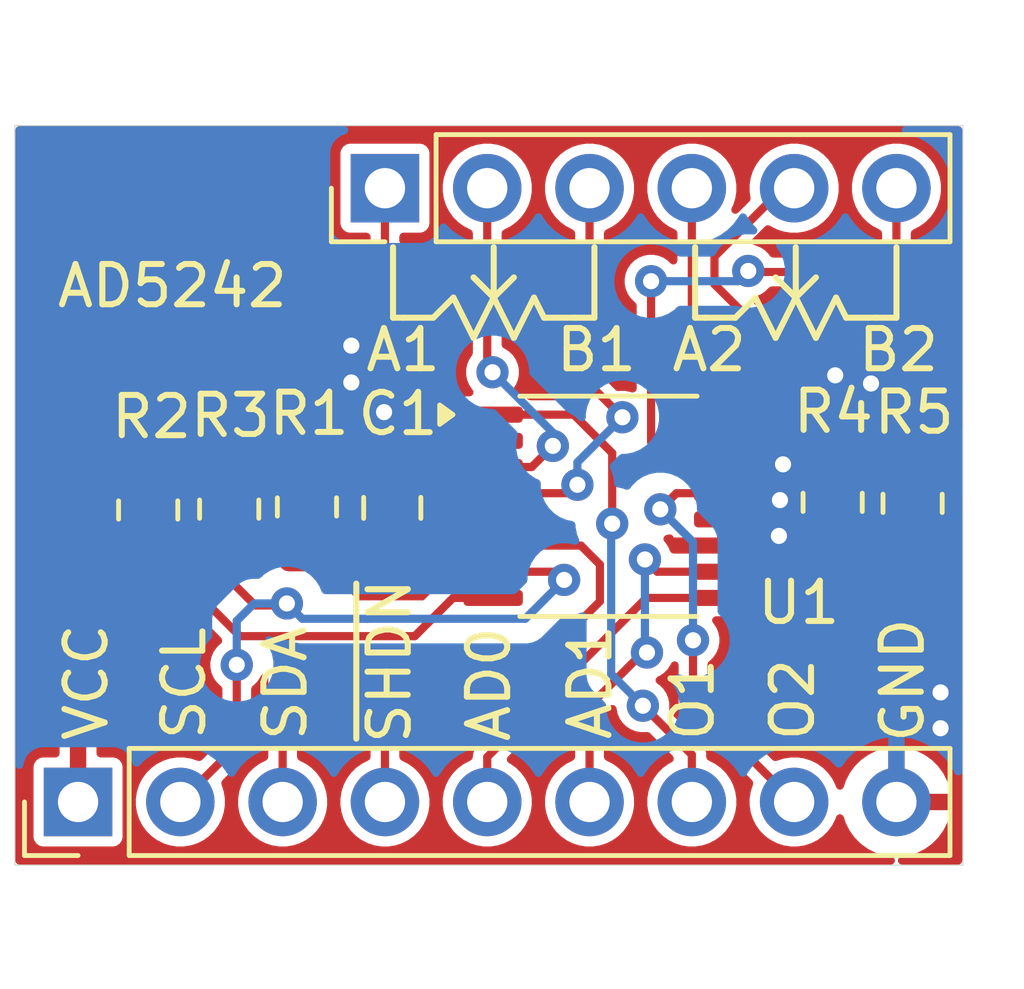
<source format=kicad_pcb>
(kicad_pcb (version 20241229) (generator "pcbnew") (generator_version "9.0")
  (layers (0 "F.Cu" signal) (2 "B.Cu" signal) (13 "F.Paste" user) (15 "B.Paste" user) (5 "F.SilkS" user "F.Silkscreen") (7 "B.SilkS" user "B.Silkscreen") (1 "F.Mask" user) (3 "B.Mask" user) (25 "Edge.Cuts" user))
  (net 0 "")
  (net 1 "GNDREF")
  (net 2 "VCC")
  (net 3 "/O2")
  (net 4 "/SCL")
  (net 5 "/O1")
  (net 6 "/AD1")
  (net 7 "/AD0")
  (net 8 "/~{SHDN}")
  (net 9 "/SDA")
  (net 10 "/B1")
  (net 11 "/W2")
  (net 12 "/W1")
  (net 13 "/A2")
  (net 14 "/B2")
  (net 15 "/A1")
  (footprint "Capacitor_SMD:C_0805_2012Metric_Pad1.15x1.40mm_HandSolder" (layer "F.Cu") (at 116.9416 87.4922 90)
    (property "Reference" "C1" (at 2.335201 0.1428 180) (layer "F.SilkS"))
    (property "Value" "100nF")
    (fp_line (start -0.261252 -0.71) (end 0.261252 -0.71) (stroke (width 0.12)) (layer "F.SilkS"))
    (fp_line (start -0.261252 0.71) (end 0.261252 0.71) (stroke (width 0.12)) (layer "F.SilkS"))
    (pad "1" smd roundrect (at -1.024999 0 90) (size 1.15 1.4) (layers "F.Cu" "F.Mask" "F.Paste") (roundrect_rratio 0.217391) (net 2 "VCC"))
    (pad "2" smd roundrect (at 1.024999 0 90) (size 1.15 1.4) (layers "F.Cu" "F.Mask" "F.Paste") (roundrect_rratio 0.217391) (net 1 "GNDREF"))
  )
  (footprint "Resistor_SMD:R_0805_2012Metric_Pad1.20x1.40mm_HandSolder" (layer "F.Cu") (at 110.8816 87.5454 -90)
    (property "Reference" "R2" (at -2.3126 -0.0826 180) (layer "F.SilkS"))
    (property "Value" "10K")
    (fp_line (start -0.227064 0.735) (end 0.227064 0.735) (stroke (width 0.12)) (layer "F.SilkS"))
    (fp_line (start -0.227064 -0.735) (end 0.227064 -0.735) (stroke (width 0.12)) (layer "F.SilkS"))
    (pad "1" smd roundrect (at -1 0 270) (size 1.2 1.4) (layers "F.Cu" "F.Mask" "F.Paste") (roundrect_rratio 0.208333) (net 2 "VCC"))
    (pad "2" smd roundrect (at 1 0 270) (size 1.2 1.4) (layers "F.Cu" "F.Mask" "F.Paste") (roundrect_rratio 0.208333) (net 9 "/SDA"))
  )
  (footprint "Resistor_SMD:R_0805_2012Metric_Pad1.20x1.40mm_HandSolder" (layer "F.Cu") (at 114.8236 87.469199 -90)
    (property "Reference" "R1" (at -2.317599 -0.052199 180) (layer "F.SilkS"))
    (property "Value" "10K")
    (fp_line (start -0.227064 0.735) (end 0.227064 0.735) (stroke (width 0.12)) (layer "F.SilkS"))
    (fp_line (start -0.227064 -0.735) (end 0.227064 -0.735) (stroke (width 0.12)) (layer "F.SilkS"))
    (pad "1" smd roundrect (at -1 0 270) (size 1.2 1.4) (layers "F.Cu" "F.Mask" "F.Paste") (roundrect_rratio 0.208333) (net 2 "VCC"))
    (pad "2" smd roundrect (at 1 0 270) (size 1.2 1.4) (layers "F.Cu" "F.Mask" "F.Paste") (roundrect_rratio 0.208333) (net 8 "/~{SHDN}"))
  )
  (footprint "Connector_PinHeader_2.54mm:PinHeader_1x06_P2.54mm_Vertical" (layer "F.Cu") (at 116.76 79.5548 90)
    (property "Reference" "J1" (hide yes))
    (property "Value" "Conn_01x06")
    (fp_line (start -1.33 -1.33) (end 0 -1.33) (stroke (width 0.12)) (layer "F.SilkS"))
    (fp_line (start -1.33 0) (end -1.33 -1.33) (stroke (width 0.12)) (layer "F.SilkS"))
    (fp_line (start 1.33 1.270001) (end 1.33 14.03) (stroke (width 0.12)) (layer "F.SilkS"))
    (fp_line (start -1.33 1.270001) (end 1.33 1.270001) (stroke (width 0.12)) (layer "F.SilkS"))
    (fp_line (start -1.33 1.270001) (end -1.33 14.03) (stroke (width 0.12)) (layer "F.SilkS"))
    (fp_line (start -1.33 14.03) (end 1.33 14.03) (stroke (width 0.12)) (layer "F.SilkS"))
    (pad "1" thru_hole rect (at 0 0 90) (size 1.7 1.7) (drill 1) (layers "*.Cu" "*.Mask") (net 15 "/A1"))
    (pad "2" thru_hole oval (at 0 2.54 90) (size 1.7 1.7) (drill 1) (layers "*.Cu" "*.Mask") (net 12 "/W1"))
    (pad "3" thru_hole oval (at 0 5.079999 90) (size 1.7 1.7) (drill 1) (layers "*.Cu" "*.Mask") (net 10 "/B1"))
    (pad "4" thru_hole oval (at 0 7.62 90) (size 1.7 1.7) (drill 1) (layers "*.Cu" "*.Mask") (net 13 "/A2"))
    (pad "5" thru_hole oval (at 0 10.16 90) (size 1.7 1.7) (drill 1) (layers "*.Cu" "*.Mask") (net 11 "/W2"))
    (pad "6" thru_hole oval (at 0 12.7 90) (size 1.7 1.7) (drill 1) (layers "*.Cu" "*.Mask") (net 14 "/B2"))
  )
  (footprint "Package_SO:TSSOP-16_4.4x5mm_P0.65mm" (layer "F.Cu") (at 122.3094 87.4532)
    (property "Reference" "U1" (at 4.7244 2.392 0) (layer "F.SilkS"))
    (property "Value" "AD5242")
    (fp_line (start 0 -2.735) (end -2.2 -2.735) (stroke (width 0.12)) (layer "F.SilkS"))
    (fp_line (start 0 -2.735) (end 2.2 -2.735) (stroke (width 0.12)) (layer "F.SilkS"))
    (fp_line (start 0 2.735) (end -2.2 2.735) (stroke (width 0.12)) (layer "F.SilkS"))
    (fp_line (start 0 2.735) (end 2.2 2.735) (stroke (width 0.12)) (layer "F.SilkS"))
    (fp_poly (pts (xy -3.86 -2.275) (xy -4.19 -2.515) (xy -4.19 -2.035) (xy -3.86 -2.275)) (stroke (width 0.12)) (fill yes) (layer "F.SilkS"))
    (pad "1" smd roundrect (at -2.8625 -2.275) (size 1.475 0.4) (layers "F.Cu" "F.Mask" "F.Paste") (net 5 "/O1"))
    (pad "2" smd roundrect (at -2.8625 -1.625) (size 1.475 0.4) (layers "F.Cu" "F.Mask" "F.Paste") (net 15 "/A1"))
    (pad "3" smd roundrect (at -2.8625 -0.975) (size 1.475 0.4) (layers "F.Cu" "F.Mask" "F.Paste") (net 12 "/W1"))
    (pad "4" smd roundrect (at -2.8625 -0.325) (size 1.475 0.4) (layers "F.Cu" "F.Mask" "F.Paste") (net 10 "/B1"))
    (pad "5" smd roundrect (at -2.8625 0.325) (size 1.475 0.4) (layers "F.Cu" "F.Mask" "F.Paste") (net 2 "VCC"))
    (pad "6" smd roundrect (at -2.8625 0.975) (size 1.475 0.4) (layers "F.Cu" "F.Mask" "F.Paste") (net 8 "/~{SHDN}"))
    (pad "7" smd roundrect (at -2.8625 1.625) (size 1.475 0.4) (layers "F.Cu" "F.Mask" "F.Paste") (net 4 "/SCL"))
    (pad "8" smd roundrect (at -2.8625 2.275) (size 1.475 0.4) (layers "F.Cu" "F.Mask" "F.Paste") (net 9 "/SDA"))
    (pad "9" smd roundrect (at 2.8625 2.275) (size 1.475 0.4) (layers "F.Cu" "F.Mask" "F.Paste") (net 7 "/AD0"))
    (pad "10" smd roundrect (at 2.8625 1.625) (size 1.475 0.4) (layers "F.Cu" "F.Mask" "F.Paste") (net 6 "/AD1"))
    (pad "11" smd roundrect (at 2.8625 0.975) (size 1.475 0.4) (layers "F.Cu" "F.Mask" "F.Paste") (net 1 "GNDREF"))
    (pad "12" smd roundrect (at 2.8625 0.325) (size 1.475 0.4) (layers "F.Cu" "F.Mask" "F.Paste") (net 1 "GNDREF"))
    (pad "13" smd roundrect (at 2.8625 -0.325) (size 1.475 0.4) (layers "F.Cu" "F.Mask" "F.Paste") (net 3 "/O2"))
    (pad "14" smd roundrect (at 2.8625 -0.975) (size 1.475 0.4) (layers "F.Cu" "F.Mask" "F.Paste") (net 14 "/B2"))
    (pad "15" smd roundrect (at 2.8625 -1.625) (size 1.475 0.4) (layers "F.Cu" "F.Mask" "F.Paste") (net 11 "/W2"))
    (pad "16" smd roundrect (at 2.8625 -2.275) (size 1.475 0.4) (layers "F.Cu" "F.Mask" "F.Paste") (net 13 "/A2"))
  )
  (footprint "Resistor_SMD:R_0805_2012Metric_Pad1.20x1.40mm_HandSolder" (layer "F.Cu") (at 112.8932 87.5238 -90)
    (property "Reference" "R3" (at -2.3214 -0.0306 180) (layer "F.SilkS"))
    (property "Value" "10K")
    (fp_line (start -0.227064 0.735) (end 0.227064 0.735) (stroke (width 0.12)) (layer "F.SilkS"))
    (fp_line (start -0.227064 -0.735) (end 0.227064 -0.735) (stroke (width 0.12)) (layer "F.SilkS"))
    (pad "1" smd roundrect (at -1 0 270) (size 1.2 1.4) (layers "F.Cu" "F.Mask" "F.Paste") (roundrect_rratio 0.208333) (net 2 "VCC"))
    (pad "2" smd roundrect (at 1 0 270) (size 1.2 1.4) (layers "F.Cu" "F.Mask" "F.Paste") (roundrect_rratio 0.208333) (net 4 "/SCL"))
  )
  (footprint "Resistor_SMD:R_0805_2012Metric_Pad1.20x1.40mm_HandSolder" (layer "F.Cu") (at 127.877 87.3552 90)
    (property "Reference" "R4" (at 2.2542 0.0166 180) (layer "F.SilkS"))
    (property "Value" "10K")
    (fp_line (start -0.227064 -0.735) (end 0.227064 -0.735) (stroke (width 0.12)) (layer "F.SilkS"))
    (fp_line (start -0.227064 0.735) (end 0.227064 0.735) (stroke (width 0.12)) (layer "F.SilkS"))
    (pad "1" smd roundrect (at -1 0 90) (size 1.2 1.4) (layers "F.Cu" "F.Mask" "F.Paste") (roundrect_rratio 0.208333) (net 6 "/AD1"))
    (pad "2" smd roundrect (at 1 0 90) (size 1.2 1.4) (layers "F.Cu" "F.Mask" "F.Paste") (roundrect_rratio 0.208333) (net 1 "GNDREF"))
  )
  (footprint "Connector_PinHeader_2.54mm:PinHeader_1x09_P2.54mm_Vertical" (layer "F.Cu") (at 109.14 94.7948 90)
    (property "Reference" "J2" (hide yes))
    (property "Value" "Conn_01x09")
    (fp_line (start -1.33 -1.33) (end 0 -1.33) (stroke (width 0.12)) (layer "F.SilkS"))
    (fp_line (start -1.33 0) (end -1.33 -1.33) (stroke (width 0.12)) (layer "F.SilkS"))
    (fp_line (start 1.33 1.270001) (end 1.33 21.65) (stroke (width 0.12)) (layer "F.SilkS"))
    (fp_line (start -1.33 1.270001) (end 1.33 1.270001) (stroke (width 0.12)) (layer "F.SilkS"))
    (fp_line (start -1.33 1.270001) (end -1.33 21.65) (stroke (width 0.12)) (layer "F.SilkS"))
    (fp_line (start -1.33 21.65) (end 1.33 21.65) (stroke (width 0.12)) (layer "F.SilkS"))
    (pad "1" thru_hole rect (at 0 0 90) (size 1.7 1.7) (drill 1) (layers "*.Cu" "*.Mask") (net 2 "VCC"))
    (pad "2" thru_hole oval (at 0 2.54 90) (size 1.7 1.7) (drill 1) (layers "*.Cu" "*.Mask") (net 4 "/SCL"))
    (pad "3" thru_hole oval (at 0 5.079999 90) (size 1.7 1.7) (drill 1) (layers "*.Cu" "*.Mask") (net 9 "/SDA"))
    (pad "4" thru_hole oval (at 0 7.62 90) (size 1.7 1.7) (drill 1) (layers "*.Cu" "*.Mask") (net 8 "/~{SHDN}"))
    (pad "5" thru_hole oval (at 0 10.16 90) (size 1.7 1.7) (drill 1) (layers "*.Cu" "*.Mask") (net 7 "/AD0"))
    (pad "6" thru_hole oval (at 0 12.7 90) (size 1.7 1.7) (drill 1) (layers "*.Cu" "*.Mask") (net 6 "/AD1"))
    (pad "7" thru_hole oval (at 0 15.24 90) (size 1.7 1.7) (drill 1) (layers "*.Cu" "*.Mask") (net 5 "/O1"))
    (pad "8" thru_hole oval (at 0 17.780001 90) (size 1.7 1.7) (drill 1) (layers "*.Cu" "*.Mask") (net 3 "/O2"))
    (pad "9" thru_hole oval (at 0 20.32 90) (size 1.7 1.7) (drill 1) (layers "*.Cu" "*.Mask") (net 1 "GNDREF"))
  )
  (footprint "Resistor_SMD:R_0805_2012Metric_Pad1.20x1.40mm_HandSolder" (layer "F.Cu") (at 129.8618 87.3806 90)
    (property "Reference" "R5" (at 2.2578 0.0384 180) (layer "F.SilkS"))
    (property "Value" "10K")
    (fp_line (start -0.227064 -0.735) (end 0.227064 -0.735) (stroke (width 0.12)) (layer "F.SilkS"))
    (fp_line (start -0.227064 0.735) (end 0.227064 0.735) (stroke (width 0.12)) (layer "F.SilkS"))
    (pad "1" smd roundrect (at -1 0 90) (size 1.2 1.4) (layers "F.Cu" "F.Mask" "F.Paste") (roundrect_rratio 0.208333) (net 7 "/AD0"))
    (pad "2" smd roundrect (at 1 0 90) (size 1.2 1.4) (layers "F.Cu" "F.Mask" "F.Paste") (roundrect_rratio 0.208333) (net 1 "GNDREF"))
  )
  (gr_line (start 117.211 82.771) (end 116.961 82.771) (stroke (width 0.15)) (layer "F.SilkS"))
  (gr_line (start 118.961 81.771) (end 119.461 82.271) (stroke (width 0.15)) (layer "F.SilkS"))
  (gr_line (start 129.461 82.771) (end 129.461 81.021) (stroke (width 0.15)) (layer "F.SilkS"))
  (gr_line (start 125.461 82.771) (end 125.961 82.271) (stroke (width 0.15)) (layer "F.SilkS"))
  (gr_line (start 128.211 82.771) (end 128.961 82.771) (stroke (width 0.15)) (layer "F.SilkS"))
  (gr_line (start 126.961 82.271) (end 127.461 83.271) (stroke (width 0.15)) (layer "F.SilkS"))
  (gr_line (start 127.461 83.271) (end 127.961 82.271) (stroke (width 0.15)) (layer "F.SilkS"))
  (gr_line (start 126.461 81.771) (end 126.961 82.271) (stroke (width 0.15)) (layer "F.SilkS"))
  (gr_line (start 126.961 82.271) (end 127.461 81.771) (stroke (width 0.15)) (layer "F.SilkS"))
  (gr_line (start 126.961 82.271) (end 126.961 81.021) (stroke (width 0.15)) (layer "F.SilkS"))
  (gr_line (start 126.961 82.271) (end 126.461 81.771) (stroke (width 0.15)) (layer "F.SilkS"))
  (gr_line (start 124.461 81.021) (end 124.461 82.771) (stroke (width 0.15)) (layer "F.SilkS"))
  (gr_line (start 128.961 82.771) (end 129.461 82.771) (stroke (width 0.15)) (layer "F.SilkS"))
  (gr_line (start 127.961 82.271) (end 128.211 82.771) (stroke (width 0.15)) (layer "F.SilkS"))
  (gr_line (start 124.711 82.771) (end 124.461 82.771) (stroke (width 0.15)) (layer "F.SilkS"))
  (gr_line (start 126.461 83.271) (end 126.961 82.271) (stroke (width 0.15)) (layer "F.SilkS"))
  (gr_line (start 125.961 82.271) (end 126.461 83.271) (stroke (width 0.15)) (layer "F.SilkS"))
  (gr_line (start 124.711 82.771) (end 125.461 82.771) (stroke (width 0.15)) (layer "F.SilkS"))
  (gr_line (start 119.461 82.271) (end 119.961 83.271) (stroke (width 0.15)) (layer "F.SilkS"))
  (gr_line (start 119.461 82.271) (end 119.461 81.021) (stroke (width 0.15)) (layer "F.SilkS"))
  (gr_line (start 118.461 82.271) (end 118.961 83.271) (stroke (width 0.15)) (layer "F.SilkS"))
  (gr_line (start 119.961 83.271) (end 120.461 82.271) (stroke (width 0.15)) (layer "F.SilkS"))
  (gr_line (start 116.961 81.021) (end 116.961 82.771) (stroke (width 0.15)) (layer "F.SilkS"))
  (gr_line (start 117.211 82.771) (end 117.961 82.771) (stroke (width 0.15)) (layer "F.SilkS"))
  (gr_line (start 120.711 82.771) (end 121.461 82.771) (stroke (width 0.15)) (layer "F.SilkS"))
  (gr_line (start 118.961 83.271) (end 119.461 82.271) (stroke (width 0.15)) (layer "F.SilkS"))
  (gr_line (start 120.461 82.271) (end 120.711 82.771) (stroke (width 0.15)) (layer "F.SilkS"))
  (gr_line (start 117.961 82.771) (end 118.461 82.271) (stroke (width 0.15)) (layer "F.SilkS"))
  (gr_line (start 121.961 82.771) (end 121.961 81.021) (stroke (width 0.15)) (layer "F.SilkS"))
  (gr_line (start 119.461 82.271) (end 118.961 81.771) (stroke (width 0.15)) (layer "F.SilkS"))
  (gr_line (start 121.461 82.771) (end 121.961 82.771) (stroke (width 0.15)) (layer "F.SilkS"))
  (gr_line (start 119.461 82.271) (end 119.961 81.771) (stroke (width 0.15)) (layer "F.SilkS"))
  (gr_line (start 107.569 78) (end 131.11 78) (stroke (width 0.0254)) (layer "Edge.Cuts"))
  (gr_line (start 107.569 96.364) (end 107.569 78) (stroke (width 0.0254)) (layer "Edge.Cuts"))
  (gr_line (start 131.11 96.364) (end 107.569 96.364) (stroke (width 0.0254)) (layer "Edge.Cuts"))
  (gr_line (start 131.11 78) (end 131.11 96.364) (stroke (width 0.0254)) (layer "Edge.Cuts"))
  (gr_text "AD5242" (at 111.4818 81.982 0) (layer "F.SilkS") (effects (font (size 1 1))))
  (gr_text "GND" (at 129.611 91.771 90) (layer "F.SilkS") (effects (font (size 1 1))))
  (gr_text "~{SHDN}" (at 116.8716 91.298 90) (layer "F.SilkS") (effects (font (size 1 1))))
  (gr_text "SCL" (at 111.771 91.8456 90) (layer "F.SilkS") (effects (font (size 1 1))))
  (gr_text "VCC" (at 109.3456 91.8202 90) (layer "F.SilkS") (effects (font (size 1 1))))
  (gr_text "A1" (at 117.211 83.571 0) (layer "F.SilkS") (effects (font (size 1 1))))
  (gr_text "B1" (at 122.011 83.571 0) (layer "F.SilkS") (effects (font (size 1 1))))
  (gr_text "A2" (at 124.811 83.571 0) (layer "F.SilkS") (effects (font (size 1 1))))
  (gr_text "B2" (at 129.511 83.571 0) (layer "F.SilkS") (effects (font (size 1 1))))
  (gr_text "AD0" (at 119.3402 91.871 90) (layer "F.SilkS") (effects (font (size 1 1))))
  (gr_text "O2" (at 126.884 92.252 90) (layer "F.SilkS") (effects (font (size 1 1))))
  (gr_text "SDA" (at 114.2856 91.8456 90) (layer "F.SilkS") (effects (font (size 1 1))))
  (gr_text "O1" (at 124.3948 92.252 90) (layer "F.SilkS") (effects (font (size 1 1))))
  (gr_text "AD1" (at 121.8548 91.8202 90) (layer "F.SilkS") (effects (font (size 1 1))))
  (via (at 126.5428 88.1888) (size 0.8) (drill 0.4) (layers "F.Cu" "B.Cu") (net 1))
  (via (at 126.6444 86.4108) (size 0.8) (drill 0.4) (layers "F.Cu" "B.Cu") (net 1))
  (via (at 116.7384 85.1154) (size 0.8) (drill 0.4) (layers "F.Cu" "B.Cu") (net 1))
  (via (at 130.556 92.075) (size 0.8) (drill 0.4) (layers "F.Cu" "B.Cu") (net 1))
  (via (at 115.9256 83.4644) (size 0.8) (drill 0.4) (layers "F.Cu" "B.Cu") (net 1))
  (via (at 130.556 92.964) (size 0.8) (drill 0.4) (layers "F.Cu" "B.Cu") (net 1))
  (via (at 126.5682 87.2998) (size 0.8) (drill 0.4) (layers "F.Cu" "B.Cu") (net 1))
  (via (at 115.9256 84.3788) (size 0.8) (drill 0.4) (layers "F.Cu" "B.Cu") (net 1))
  (via (at 127.9398 84.201) (size 0.8) (drill 0.4) (layers "F.Cu" "B.Cu") (net 1))
  (via (at 128.8288 84.4042) (size 0.8) (drill 0.4) (layers "F.Cu" "B.Cu") (net 1))
  (segment (start 116.994201 88.517199) (end 116.9416 88.517199) (width 0.4064) (layer "F.Cu") (net 2))
  (segment (start 114.8236 86.469199) (end 114.866399 86.469199) (width 0.4064) (layer "F.Cu") (net 2))
  (segment (start 119.4469 87.7782) (end 117.7332 87.7782) (width 0.4064) (layer "F.Cu") (net 2))
  (segment (start 114.768999 86.5238) (end 114.8236 86.469199) (width 0.4064) (layer "F.Cu") (net 2))
  (segment (start 109.949 86.5454) (end 110.8816 86.5454) (width 0.4064) (layer "F.Cu") (net 2))
  (segment (start 114.866399 86.469199) (end 116.713 88.3158) (width 0.4064) (layer "F.Cu") (net 2))
  (segment (start 110.8816 86.5454) (end 112.8716 86.5454) (width 0.4064) (layer "F.Cu") (net 2))
  (segment (start 109.14 94.7948) (end 109.14 87.3544) (width 0.4064) (layer "F.Cu") (net 2))
  (segment (start 112.8716 86.5454) (end 112.8932 86.5238) (width 0.4064) (layer "F.Cu") (net 2))
  (segment (start 117.7332 87.7782) (end 116.994201 88.517199) (width 0.4064) (layer "F.Cu") (net 2))
  (segment (start 116.713 88.3158) (end 116.713 88.567999) (width 0.4064) (layer "F.Cu") (net 2))
  (segment (start 112.8932 86.5238) (end 114.768999 86.5238) (width 0.4064) (layer "F.Cu") (net 2))
  (segment (start 109.14 87.3544) (end 109.949 86.5454) (width 0.4064) (layer "F.Cu") (net 2))
  (segment (start 123.9966 87.1282) (end 123.5964 87.5284) (width 0.2032) (layer "F.Cu") (net 3))
  (segment (start 124.4092 90.7796) (end 124.4092 92.283999) (width 0.2032) (layer "F.Cu") (net 3))
  (segment (start 124.4092 92.283999) (end 126.920001 94.7948) (width 0.2032) (layer "F.Cu") (net 3))
  (segment (start 125.1719 87.1282) (end 123.9966 87.1282) (width 0.2032) (layer "F.Cu") (net 3))
  (via (at 123.5964 87.5284) (size 0.8) (drill 0.4) (layers "F.Cu" "B.Cu") (net 3))
  (via (at 124.4092 90.7796) (size 0.8) (drill 0.4) (layers "F.Cu" "B.Cu") (net 3))
  (segment (start 124.4092 88.3412) (end 124.4092 90.7796) (width 0.2032) (layer "B.Cu") (net 3))
  (segment (start 123.5964 87.5284) (end 124.4092 88.3412) (width 0.2032) (layer "B.Cu") (net 3))
  (segment (start 114.2746 89.916) (end 114.3254 89.8652) (width 0.2032) (layer "F.Cu") (net 4))
  (segment (start 113.0808 93.394) (end 111.68 94.7948) (width 0.2032) (layer "F.Cu") (net 4))
  (segment (start 112.8932 89.2712) (end 113.538 89.916) (width 0.2032) (layer "F.Cu") (net 4))
  (segment (start 121.006 89.0782) (end 119.4469 89.0782) (width 0.2032) (layer "F.Cu") (net 4))
  (segment (start 113.0808 91.3892) (end 113.0808 93.394) (width 0.2032) (layer "F.Cu") (net 4))
  (segment (start 112.8932 88.5238) (end 112.8932 89.2712) (width 0.2032) (layer "F.Cu") (net 4))
  (segment (start 121.2088 89.281) (end 121.006 89.0782) (width 0.2032) (layer "F.Cu") (net 4))
  (segment (start 113.538 89.916) (end 114.2746 89.916) (width 0.2032) (layer "F.Cu") (net 4))
  (via (at 121.2088 89.281) (size 0.8) (drill 0.4) (layers "F.Cu" "B.Cu") (net 4))
  (via (at 113.0808 91.3892) (size 0.8) (drill 0.4) (layers "F.Cu" "B.Cu") (net 4))
  (via (at 114.3254 89.8652) (size 0.8) (drill 0.4) (layers "F.Cu" "B.Cu") (net 4))
  (segment (start 113.5126 89.8652) (end 113.0808 90.297) (width 0.2032) (layer "B.Cu") (net 4))
  (segment (start 114.7064 90.2462) (end 116.332 90.2462) (width 0.2032) (layer "B.Cu") (net 4))
  (segment (start 120.2436 90.2462) (end 121.2088 89.281) (width 0.2032) (layer "B.Cu") (net 4))
  (segment (start 114.3254 89.8652) (end 113.5126 89.8652) (width 0.2032) (layer "B.Cu") (net 4))
  (segment (start 114.3254 89.8652) (end 114.7064 90.2462) (width 0.2032) (layer "B.Cu") (net 4))
  (segment (start 113.0808 90.297) (end 113.0808 91.3892) (width 0.2032) (layer "B.Cu") (net 4))
  (segment (start 116.332 90.2462) (end 120.2436 90.2462) (width 0.2032) (layer "B.Cu") (net 4))
  (segment (start 124.38 93.6206) (end 124.38 94.7948) (width 0.2032) (layer "F.Cu") (net 5))
  (segment (start 121.4494 85.1782) (end 119.4469 85.1782) (width 0.2032) (layer "F.Cu") (net 5))
  (segment (start 123.1646 92.4052) (end 124.38 93.6206) (width 0.2032) (layer "F.Cu") (net 5))
  (segment (start 122.4026 86.1314) (end 121.4494 85.1782) (width 0.2032) (layer "F.Cu") (net 5))
  (segment (start 122.4026 87.884) (end 122.4026 86.1314) (width 0.2032) (layer "F.Cu") (net 5))
  (via (at 123.1646 92.4052) (size 0.8) (drill 0.4) (layers "F.Cu" "B.Cu") (net 5))
  (via (at 122.4026 87.884) (size 0.8) (drill 0.4) (layers "F.Cu" "B.Cu") (net 5))
  (segment (start 122.4026 88.138) (end 122.3772 88.1634) (width 0.2032) (layer "B.Cu") (net 5))
  (segment (start 122.3772 91.6178) (end 123.1646 92.4052) (width 0.2032) (layer "B.Cu") (net 5))
  (segment (start 122.3772 88.1634) (end 122.3772 91.6178) (width 0.2032) (layer "B.Cu") (net 5))
  (segment (start 122.4026 87.884) (end 122.4026 88.138) (width 0.2032) (layer "B.Cu") (net 5))
  (segment (start 123.2662 91.0844) (end 123.1646 91.0844) (width 0.2032) (layer "F.Cu") (net 6))
  (segment (start 125.1719 89.0782) (end 127.025 89.0782) (width 0.2032) (layer "F.Cu") (net 6))
  (segment (start 127.025 89.0782) (end 127.748 88.3552) (width 0.2032) (layer "F.Cu") (net 6))
  (segment (start 123.5206 89.0782) (end 123.2154 88.773) (width 0.2032) (layer "F.Cu") (net 6))
  (segment (start 125.1719 89.0782) (end 123.5206 89.0782) (width 0.2032) (layer "F.Cu") (net 6))
  (segment (start 127.748 88.3552) (end 127.877 88.3552) (width 0.2032) (layer "F.Cu") (net 6))
  (segment (start 123.1646 91.0844) (end 121.84 92.409) (width 0.2032) (layer "F.Cu") (net 6))
  (segment (start 121.84 92.409) (end 121.84 94.7948) (width 0.2032) (layer "F.Cu") (net 6))
  (via (at 123.2154 88.773) (size 0.8) (drill 0.4) (layers "F.Cu" "B.Cu") (net 6))
  (via (at 123.2662 91.0844) (size 0.8) (drill 0.4) (layers "F.Cu" "B.Cu") (net 6))
  (segment (start 123.2154 88.773) (end 123.2154 91.0336) (width 0.2032) (layer "B.Cu") (net 6))
  (segment (start 123.2154 91.0336) (end 123.2662 91.0844) (width 0.2032) (layer "B.Cu") (net 6))
  (segment (start 119.3 93.679) (end 119.3 94.7948) (width 0.2032) (layer "F.Cu") (net 7))
  (segment (start 129.8618 89.2386) (end 129.8618 88.3806) (width 0.2032) (layer "F.Cu") (net 7))
  (segment (start 129.3722 89.7282) (end 129.8618 89.2386) (width 0.2032) (layer "F.Cu") (net 7))
  (segment (start 123.2508 89.7282) (end 119.3 93.679) (width 0.2032) (layer "F.Cu") (net 7))
  (segment (start 125.1719 89.7282) (end 129.3722 89.7282) (width 0.2032) (layer "F.Cu") (net 7))
  (segment (start 125.1719 89.7282) (end 123.2508 89.7282) (width 0.2032) (layer "F.Cu") (net 7))
  (segment (start 119.4469 88.4282) (end 121.626 88.4282) (width 0.2032) (layer "F.Cu") (net 8))
  (segment (start 118.0592 89.3064) (end 117.6782 89.6874) (width 0.2032) (layer "F.Cu") (net 8))
  (segment (start 118.5056 88.4282) (end 118.0592 88.8746) (width 0.2032) (layer "F.Cu") (net 8))
  (segment (start 119.4469 88.4282) (end 118.5056 88.4282) (width 0.2032) (layer "F.Cu") (net 8))
  (segment (start 118.0084 91.2114) (end 116.76 92.4598) (width 0.2032) (layer "F.Cu") (net 8))
  (segment (start 122.0978 89.8144) (end 120.7008 91.2114) (width 0.2032) (layer "F.Cu") (net 8))
  (segment (start 116.1288 89.6874) (end 114.910599 88.469199) (width 0.2032) (layer "F.Cu") (net 8))
  (segment (start 116.76 92.4598) (end 116.76 94.7948) (width 0.2032) (layer "F.Cu") (net 8))
  (segment (start 118.0592 88.8746) (end 118.0592 89.3064) (width 0.2032) (layer "F.Cu") (net 8))
  (segment (start 114.910599 88.469199) (end 114.8236 88.469199) (width 0.2032) (layer "F.Cu") (net 8))
  (segment (start 120.7008 91.2114) (end 118.0084 91.2114) (width 0.2032) (layer "F.Cu") (net 8))
  (segment (start 117.6782 89.6874) (end 116.1288 89.6874) (width 0.2032) (layer "F.Cu") (net 8))
  (segment (start 122.0978 88.9) (end 122.0978 89.8144) (width 0.2032) (layer "F.Cu") (net 8))
  (segment (start 121.626 88.4282) (end 122.0978 88.9) (width 0.2032) (layer "F.Cu") (net 8))
  (segment (start 114.219999 94.7948) (end 114.219999 90.724999) (width 0.2032) (layer "F.Cu") (net 9))
  (segment (start 118.4502 89.7282) (end 117.5004 90.678) (width 0.2032) (layer "F.Cu") (net 9))
  (segment (start 114.173 90.678) (end 113.157 90.678) (width 0.2032) (layer "F.Cu") (net 9))
  (segment (start 111.0244 88.5454) (end 110.8816 88.5454) (width 0.2032) (layer "F.Cu") (net 9))
  (segment (start 113.157 90.678) (end 111.0244 88.5454) (width 0.2032) (layer "F.Cu") (net 9))
  (segment (start 119.4469 89.7282) (end 118.4502 89.7282) (width 0.2032) (layer "F.Cu") (net 9))
  (segment (start 114.219999 90.724999) (end 114.173 90.678) (width 0.2032) (layer "F.Cu") (net 9))
  (segment (start 117.5004 90.678) (end 114.173 90.678) (width 0.2032) (layer "F.Cu") (net 9))
  (segment (start 119.4469 87.1282) (end 121.3296 87.1282) (width 0.2032) (layer "F.Cu") (net 10))
  (segment (start 121.3296 87.1282) (end 121.539 86.9188) (width 0.2032) (layer "F.Cu") (net 10))
  (segment (start 122.6566 85.2424) (end 121.839999 84.425799) (width 0.2032) (layer "F.Cu") (net 10))
  (segment (start 121.839999 84.425799) (end 121.839999 79.5548) (width 0.2032) (layer "F.Cu") (net 10))
  (via (at 122.6566 85.2424) (size 0.8) (drill 0.4) (layers "F.Cu" "B.Cu") (net 10))
  (via (at 121.539 86.9188) (size 0.8) (drill 0.4) (layers "F.Cu" "B.Cu") (net 10))
  (segment (start 121.539 86.36) (end 122.6566 85.2424) (width 0.2032) (layer "B.Cu") (net 10))
  (segment (start 121.539 86.9188) (end 121.539 86.36) (width 0.2032) (layer "B.Cu") (net 10))
  (segment (start 124.9426 81.2546) (end 126.6424 79.5548) (width 0.2032) (layer "F.Cu") (net 11))
  (segment (start 124.9426 81.9404) (end 124.9426 81.2546) (width 0.2032) (layer "F.Cu") (net 11))
  (segment (start 126.492 85.4456) (end 126.492 83.4898) (width 0.2032) (layer "F.Cu") (net 11))
  (segment (start 125.1719 85.8282) (end 126.1094 85.8282) (width 0.2032) (layer "F.Cu") (net 11))
  (segment (start 126.492 83.4898) (end 124.9426 81.9404) (width 0.2032) (layer "F.Cu") (net 11))
  (segment (start 126.6424 79.5548) (end 126.92 79.5548) (width 0.2032) (layer "F.Cu") (net 11))
  (segment (start 126.1094 85.8282) (end 126.492 85.4456) (width 0.2032) (layer "F.Cu") (net 11))
  (segment (start 119.4308 84.1248) (end 119.3 83.994) (width 0.2032) (layer "F.Cu") (net 12))
  (segment (start 120.4048 86.4782) (end 120.9294 85.9536) (width 0.2032) (layer "F.Cu") (net 12))
  (segment (start 119.3 83.994) (end 119.3 79.5548) (width 0.2032) (layer "F.Cu") (net 12))
  (segment (start 119.4469 86.4782) (end 120.4048 86.4782) (width 0.2032) (layer "F.Cu") (net 12))
  (via (at 120.9294 85.9536) (size 0.8) (drill 0.4) (layers "F.Cu" "B.Cu") (net 12))
  (via (at 119.4308 84.1248) (size 0.8) (drill 0.4) (layers "F.Cu" "B.Cu") (net 12))
  (segment (start 120.9294 85.9536) (end 120.9294 85.6234) (width 0.2032) (layer "B.Cu") (net 12))
  (segment (start 120.9294 85.6234) (end 119.4308 84.1248) (width 0.2032) (layer "B.Cu") (net 12))
  (segment (start 125.1719 84.3287) (end 125.1719 85.1782) (width 0.2032) (layer "F.Cu") (net 13))
  (segment (start 124.38 83.5368) (end 125.1719 84.3287) (width 0.2032) (layer "F.Cu") (net 13))
  (segment (start 124.38 79.5548) (end 124.38 83.5368) (width 0.2032) (layer "F.Cu") (net 13))
  (segment (start 123.3678 85.852) (end 123.3678 81.8642) (width 0.2032) (layer "F.Cu") (net 14))
  (segment (start 128.8542 81.6102) (end 129.46 81.0044) (width 0.2032) (layer "F.Cu") (net 14))
  (segment (start 125.7808 81.6102) (end 125.8062 81.6356) (width 0.2032) (layer "F.Cu") (net 14))
  (segment (start 123.994 86.4782) (end 123.4694 85.9536) (width 0.2032) (layer "F.Cu") (net 14))
  (segment (start 128.8542 81.6356) (end 128.8542 81.6102) (width 0.2032) (layer "F.Cu") (net 14))
  (segment (start 125.1719 86.4782) (end 123.994 86.4782) (width 0.2032) (layer "F.Cu") (net 14))
  (segment (start 129.46 81.0044) (end 129.46 79.5548) (width 0.2032) (layer "F.Cu") (net 14))
  (segment (start 123.4694 85.9536) (end 123.3678 85.852) (width 0.2032) (layer "F.Cu") (net 14))
  (segment (start 125.8062 81.6356) (end 128.8542 81.6356) (width 0.2032) (layer "F.Cu") (net 14))
  (via (at 125.7808 81.6102) (size 0.8) (drill 0.4) (layers "F.Cu" "B.Cu") (net 14))
  (via (at 123.3678 81.8642) (size 0.8) (drill 0.4) (layers "F.Cu" "B.Cu") (net 14))
  (segment (start 123.3678 81.8642) (end 125.5268 81.8642) (width 0.2032) (layer "B.Cu") (net 14))
  (segment (start 125.5268 81.8642) (end 125.7808 81.6102) (width 0.2032) (layer "B.Cu") (net 14))
  (segment (start 118.0592 85.4202) (end 118.0592 82.3468) (width 0.2032) (layer "F.Cu") (net 15))
  (segment (start 119.4469 85.8282) (end 118.4672 85.8282) (width 0.2032) (layer "F.Cu") (net 15))
  (segment (start 116.76 81.0476) (end 116.76 79.5548) (width 0.2032) (layer "F.Cu") (net 15))
  (segment (start 118.0592 82.3468) (end 116.76 81.0476) (width 0.2032) (layer "F.Cu") (net 15))
  (segment (start 118.4672 85.8282) (end 118.0592 85.4202) (width 0.2032) (layer "F.Cu") (net 15))
  (zone (net 1) (net_name "GNDREF") (layer "F.Cu") (connect_pads (clearance 0.254)) (min_thickness 0.2032) (fill yes (thermal_gap 0.508) (thermal_bridge_width 0.4064))
    (polygon (pts (xy 107.202139 77.657745) (xy 131.340275 77.627525) (xy 131.528322 96.972111) (xy 107.402806 96.880409)))
  )
  (zone (net 1) (net_name "GNDREF") (layer "B.Cu") (connect_pads (clearance 0.508)) (min_thickness 0.2032) (fill yes (thermal_gap 0.762) (thermal_bridge_width 0.4064))
    (polygon (pts (xy 107.259276 77.58147) (xy 131.527655 77.744993) (xy 131.694345 96.997008) (xy 107.36759 96.97085)))
  )
)
</source>
